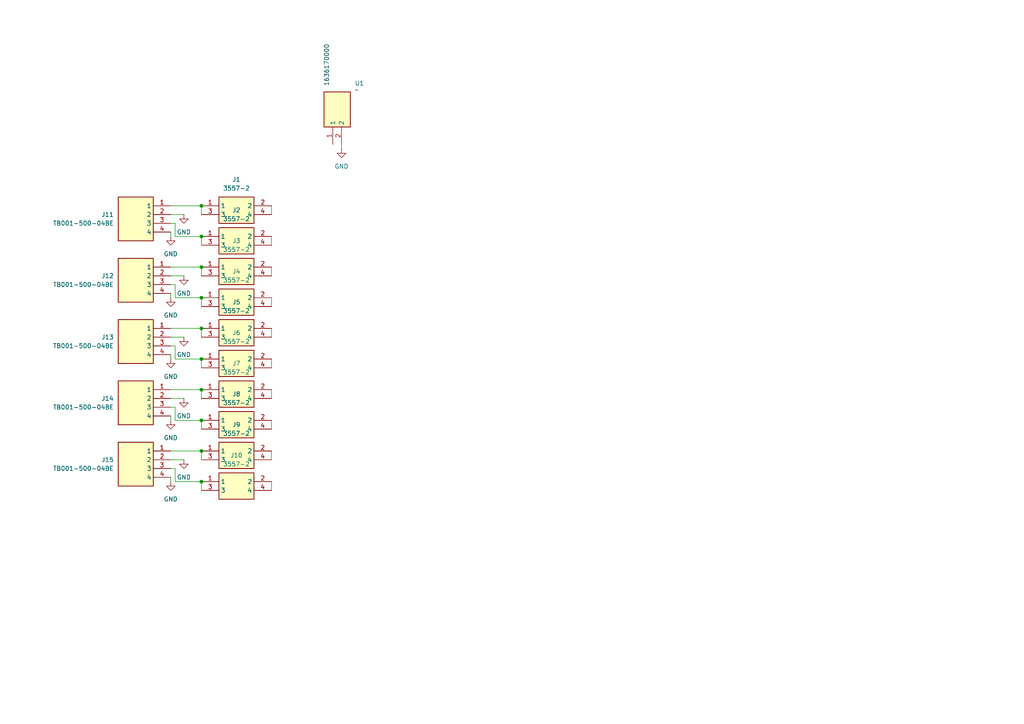
<source format=kicad_sch>
(kicad_sch
	(version 20231120)
	(generator "eeschema")
	(generator_version "8.0")
	(uuid "62aa0f20-cf9c-44ed-8f8b-d852f912cf95")
	(paper "A4")
	(lib_symbols
		(symbol "SamacSys_Parts:1636170000"
			(exclude_from_sim no)
			(in_bom yes)
			(on_board yes)
			(property "Reference" "U"
				(at 17.78 4.064 0)
				(effects
					(font
						(size 1.27 1.27)
					)
				)
			)
			(property "Value" ""
				(at 10.16 -3.81 0)
				(effects
					(font
						(size 1.27 1.27)
					)
				)
			)
			(property "Footprint" ""
				(at 10.16 -3.81 0)
				(effects
					(font
						(size 1.27 1.27)
					)
					(hide yes)
				)
			)
			(property "Datasheet" ""
				(at 10.16 -3.81 0)
				(effects
					(font
						(size 1.27 1.27)
					)
					(hide yes)
				)
			)
			(property "Description" ""
				(at 10.16 -3.81 0)
				(effects
					(font
						(size 1.27 1.27)
					)
					(hide yes)
				)
			)
			(symbol "1636170000_1_1"
				(rectangle
					(start 5.08 2.54)
					(end 15.24 -5.08)
					(stroke
						(width 0.254)
						(type default)
					)
					(fill
						(type background)
					)
				)
				(text "1636170000"
					(at 23.114 1.778 0)
					(effects
						(font
							(size 1.27 1.27)
							(color 0 72 72 1)
						)
					)
				)
				(pin passive line
					(at 0 0 0)
					(length 5.08)
					(name "1"
						(effects
							(font
								(size 1.27 1.27)
							)
						)
					)
					(number "1"
						(effects
							(font
								(size 1.27 1.27)
							)
						)
					)
				)
				(pin passive line
					(at 0 -2.54 0)
					(length 5.08)
					(name "2"
						(effects
							(font
								(size 1.27 1.27)
							)
						)
					)
					(number "2"
						(effects
							(font
								(size 1.27 1.27)
							)
						)
					)
				)
			)
		)
		(symbol "SamacSys_Parts:3557-2"
			(exclude_from_sim no)
			(in_bom yes)
			(on_board yes)
			(property "Reference" "J"
				(at 16.51 7.62 0)
				(effects
					(font
						(size 1.27 1.27)
					)
					(justify left top)
				)
			)
			(property "Value" "3557-2"
				(at 16.51 5.08 0)
				(effects
					(font
						(size 1.27 1.27)
					)
					(justify left top)
				)
			)
			(property "Footprint" "3557-2"
				(at 16.51 -94.92 0)
				(effects
					(font
						(size 1.27 1.27)
					)
					(justify left top)
					(hide yes)
				)
			)
			(property "Datasheet" "http://www.keyelco.com/product-pdf.cfm?p=296"
				(at 16.51 -194.92 0)
				(effects
					(font
						(size 1.27 1.27)
					)
					(justify left top)
					(hide yes)
				)
			)
			(property "Description" "THM 2 in 1 Auto Blade Holder P/N 3557-2"
				(at 0 0 0)
				(effects
					(font
						(size 1.27 1.27)
					)
					(hide yes)
				)
			)
			(property "Height" ""
				(at 16.51 -394.92 0)
				(effects
					(font
						(size 1.27 1.27)
					)
					(justify left top)
					(hide yes)
				)
			)
			(property "Mouser Part Number" "534-3557-2"
				(at 16.51 -494.92 0)
				(effects
					(font
						(size 1.27 1.27)
					)
					(justify left top)
					(hide yes)
				)
			)
			(property "Mouser Price/Stock" "https://www.mouser.co.uk/ProductDetail/Keystone-Electronics/3557-2?qs=cxy41lVAGV%2FfbyASjpXK1g%3D%3D"
				(at 16.51 -594.92 0)
				(effects
					(font
						(size 1.27 1.27)
					)
					(justify left top)
					(hide yes)
				)
			)
			(property "Manufacturer_Name" "Keystone Electronics"
				(at 16.51 -694.92 0)
				(effects
					(font
						(size 1.27 1.27)
					)
					(justify left top)
					(hide yes)
				)
			)
			(property "Manufacturer_Part_Number" "3557-2"
				(at 16.51 -794.92 0)
				(effects
					(font
						(size 1.27 1.27)
					)
					(justify left top)
					(hide yes)
				)
			)
			(symbol "3557-2_1_1"
				(rectangle
					(start 5.08 2.54)
					(end 15.24 -5.08)
					(stroke
						(width 0.254)
						(type default)
					)
					(fill
						(type background)
					)
				)
				(pin passive line
					(at 0 0 0)
					(length 5.08)
					(name "1"
						(effects
							(font
								(size 1.27 1.27)
							)
						)
					)
					(number "1"
						(effects
							(font
								(size 1.27 1.27)
							)
						)
					)
				)
				(pin passive line
					(at 20.32 0 180)
					(length 5.08)
					(name "2"
						(effects
							(font
								(size 1.27 1.27)
							)
						)
					)
					(number "2"
						(effects
							(font
								(size 1.27 1.27)
							)
						)
					)
				)
				(pin passive line
					(at 0 -2.54 0)
					(length 5.08)
					(name "3"
						(effects
							(font
								(size 1.27 1.27)
							)
						)
					)
					(number "3"
						(effects
							(font
								(size 1.27 1.27)
							)
						)
					)
				)
				(pin passive line
					(at 20.32 -2.54 180)
					(length 5.08)
					(name "4"
						(effects
							(font
								(size 1.27 1.27)
							)
						)
					)
					(number "4"
						(effects
							(font
								(size 1.27 1.27)
							)
						)
					)
				)
			)
		)
		(symbol "SamacSys_Parts:TB001-500-04BE"
			(exclude_from_sim no)
			(in_bom yes)
			(on_board yes)
			(property "Reference" "J"
				(at 16.51 7.62 0)
				(effects
					(font
						(size 1.27 1.27)
					)
					(justify left top)
				)
			)
			(property "Value" "TB001-500-04BE"
				(at 16.51 5.08 0)
				(effects
					(font
						(size 1.27 1.27)
					)
					(justify left top)
				)
			)
			(property "Footprint" "TB00150004BE"
				(at 16.51 -94.92 0)
				(effects
					(font
						(size 1.27 1.27)
					)
					(justify left top)
					(hide yes)
				)
			)
			(property "Datasheet" "https://www.arrow.com/en/products/tb001-500-04be/cui-devices?utm_currency=USD&region=nac"
				(at 16.51 -194.92 0)
				(effects
					(font
						(size 1.27 1.27)
					)
					(justify left top)
					(hide yes)
				)
			)
			(property "Description" "Fixed Terminal Blocks Terminal block, screw type, 5.00, horizontal, 4 poles, CUI Blue, slotted screw, PCB mount"
				(at 0 0 0)
				(effects
					(font
						(size 1.27 1.27)
					)
					(hide yes)
				)
			)
			(property "Height" "12.9"
				(at 16.51 -394.92 0)
				(effects
					(font
						(size 1.27 1.27)
					)
					(justify left top)
					(hide yes)
				)
			)
			(property "Arrow Part Number" "TB001-500-04BE"
				(at 16.51 -494.92 0)
				(effects
					(font
						(size 1.27 1.27)
					)
					(justify left top)
					(hide yes)
				)
			)
			(property "Arrow Price/Stock" "https://www.arrow.com/en/products/tb001-500-04be/cui-devices?utm_currency=USD&region=nac"
				(at 16.51 -594.92 0)
				(effects
					(font
						(size 1.27 1.27)
					)
					(justify left top)
					(hide yes)
				)
			)
			(property "Manufacturer_Name" "Same Sky"
				(at 16.51 -694.92 0)
				(effects
					(font
						(size 1.27 1.27)
					)
					(justify left top)
					(hide yes)
				)
			)
			(property "Manufacturer_Part_Number" "TB001-500-04BE"
				(at 16.51 -794.92 0)
				(effects
					(font
						(size 1.27 1.27)
					)
					(justify left top)
					(hide yes)
				)
			)
			(symbol "TB001-500-04BE_1_1"
				(rectangle
					(start 5.08 2.54)
					(end 15.24 -10.16)
					(stroke
						(width 0.254)
						(type default)
					)
					(fill
						(type background)
					)
				)
				(pin passive line
					(at 0 0 0)
					(length 5.08)
					(name "1"
						(effects
							(font
								(size 1.27 1.27)
							)
						)
					)
					(number "1"
						(effects
							(font
								(size 1.27 1.27)
							)
						)
					)
				)
				(pin passive line
					(at 0 -2.54 0)
					(length 5.08)
					(name "2"
						(effects
							(font
								(size 1.27 1.27)
							)
						)
					)
					(number "2"
						(effects
							(font
								(size 1.27 1.27)
							)
						)
					)
				)
				(pin passive line
					(at 0 -5.08 0)
					(length 5.08)
					(name "3"
						(effects
							(font
								(size 1.27 1.27)
							)
						)
					)
					(number "3"
						(effects
							(font
								(size 1.27 1.27)
							)
						)
					)
				)
				(pin passive line
					(at 0 -7.62 0)
					(length 5.08)
					(name "4"
						(effects
							(font
								(size 1.27 1.27)
							)
						)
					)
					(number "4"
						(effects
							(font
								(size 1.27 1.27)
							)
						)
					)
				)
			)
		)
		(symbol "power:GND"
			(power)
			(pin_numbers hide)
			(pin_names
				(offset 0) hide)
			(exclude_from_sim no)
			(in_bom yes)
			(on_board yes)
			(property "Reference" "#PWR"
				(at 0 -6.35 0)
				(effects
					(font
						(size 1.27 1.27)
					)
					(hide yes)
				)
			)
			(property "Value" "GND"
				(at 0 -3.81 0)
				(effects
					(font
						(size 1.27 1.27)
					)
				)
			)
			(property "Footprint" ""
				(at 0 0 0)
				(effects
					(font
						(size 1.27 1.27)
					)
					(hide yes)
				)
			)
			(property "Datasheet" ""
				(at 0 0 0)
				(effects
					(font
						(size 1.27 1.27)
					)
					(hide yes)
				)
			)
			(property "Description" "Power symbol creates a global label with name \"GND\" , ground"
				(at 0 0 0)
				(effects
					(font
						(size 1.27 1.27)
					)
					(hide yes)
				)
			)
			(property "ki_keywords" "global power"
				(at 0 0 0)
				(effects
					(font
						(size 1.27 1.27)
					)
					(hide yes)
				)
			)
			(symbol "GND_0_1"
				(polyline
					(pts
						(xy 0 0) (xy 0 -1.27) (xy 1.27 -1.27) (xy 0 -2.54) (xy -1.27 -1.27) (xy 0 -1.27)
					)
					(stroke
						(width 0)
						(type default)
					)
					(fill
						(type none)
					)
				)
			)
			(symbol "GND_1_1"
				(pin power_in line
					(at 0 0 270)
					(length 0)
					(name "~"
						(effects
							(font
								(size 1.27 1.27)
							)
						)
					)
					(number "1"
						(effects
							(font
								(size 1.27 1.27)
							)
						)
					)
				)
			)
		)
	)
	(junction
		(at 58.42 104.14)
		(diameter 0)
		(color 0 0 0 0)
		(uuid "01c814bd-eba5-4ef8-9358-aa83379b87b3")
	)
	(junction
		(at 58.42 68.58)
		(diameter 0)
		(color 0 0 0 0)
		(uuid "068465e7-930b-475b-87d5-446fedf3bed6")
	)
	(junction
		(at 58.42 139.7)
		(diameter 0)
		(color 0 0 0 0)
		(uuid "2277ff8e-aba1-4b6f-9cd9-2bdb7c7be9cc")
	)
	(junction
		(at 58.42 113.03)
		(diameter 0)
		(color 0 0 0 0)
		(uuid "258d1678-0527-4561-9093-e0d115721513")
	)
	(junction
		(at 58.42 77.47)
		(diameter 0)
		(color 0 0 0 0)
		(uuid "4ec0bc23-b9ce-4204-9e55-3448f535d28b")
	)
	(junction
		(at 58.42 130.81)
		(diameter 0)
		(color 0 0 0 0)
		(uuid "5dd2585d-fa40-4b92-8f7b-574cc4adf233")
	)
	(junction
		(at 58.42 95.25)
		(diameter 0)
		(color 0 0 0 0)
		(uuid "66167935-3e7c-4cdf-9432-f04ebea216f4")
	)
	(junction
		(at 58.42 59.69)
		(diameter 0)
		(color 0 0 0 0)
		(uuid "c5663288-15f6-42bb-b066-fd4580c00fa8")
	)
	(junction
		(at 58.42 86.36)
		(diameter 0)
		(color 0 0 0 0)
		(uuid "da39fdc1-0512-4b19-bb9e-ecd77b801b69")
	)
	(junction
		(at 58.42 121.92)
		(diameter 0)
		(color 0 0 0 0)
		(uuid "e266a3b8-1882-41d4-8aeb-f35ffaf1925e")
	)
	(wire
		(pts
			(xy 49.53 95.25) (xy 58.42 95.25)
		)
		(stroke
			(width 0)
			(type default)
		)
		(uuid "0bbd95a7-5041-4fc2-b0e1-1def9185e2cf")
	)
	(wire
		(pts
			(xy 49.53 138.43) (xy 49.53 139.7)
		)
		(stroke
			(width 0)
			(type default)
		)
		(uuid "129182ab-afae-4850-907c-576bc7fd34ab")
	)
	(wire
		(pts
			(xy 78.74 95.25) (xy 78.74 97.79)
		)
		(stroke
			(width 0)
			(type default)
		)
		(uuid "1bcd49bf-34ec-4976-b1b4-debda081379a")
	)
	(wire
		(pts
			(xy 50.8 118.11) (xy 49.53 118.11)
		)
		(stroke
			(width 0)
			(type default)
		)
		(uuid "21635a09-c024-45bc-b454-59156d44f8bb")
	)
	(wire
		(pts
			(xy 78.74 121.92) (xy 78.74 124.46)
		)
		(stroke
			(width 0)
			(type default)
		)
		(uuid "2e0c68d4-7e8b-480d-ac6f-d295a3c42e3f")
	)
	(wire
		(pts
			(xy 49.53 62.23) (xy 53.34 62.23)
		)
		(stroke
			(width 0)
			(type default)
		)
		(uuid "30c14b6d-a186-41e3-8f25-f2edf680fa59")
	)
	(wire
		(pts
			(xy 78.74 86.36) (xy 78.74 88.9)
		)
		(stroke
			(width 0)
			(type default)
		)
		(uuid "3479a998-ee73-4d40-9518-c331fcfb2822")
	)
	(wire
		(pts
			(xy 49.53 133.35) (xy 53.34 133.35)
		)
		(stroke
			(width 0)
			(type default)
		)
		(uuid "3a5726d6-1941-458a-a99b-264f493b5e84")
	)
	(wire
		(pts
			(xy 49.53 115.57) (xy 53.34 115.57)
		)
		(stroke
			(width 0)
			(type default)
		)
		(uuid "3c9b33ca-82a3-4880-bc23-4fb343f0c99b")
	)
	(wire
		(pts
			(xy 58.42 68.58) (xy 50.8 68.58)
		)
		(stroke
			(width 0)
			(type default)
		)
		(uuid "3e215180-e74a-4add-9232-87c9b8a7527e")
	)
	(wire
		(pts
			(xy 58.42 130.81) (xy 58.42 133.35)
		)
		(stroke
			(width 0)
			(type default)
		)
		(uuid "3e94b83f-04ef-4543-be1a-0269e43dd6cc")
	)
	(wire
		(pts
			(xy 50.8 82.55) (xy 49.53 82.55)
		)
		(stroke
			(width 0)
			(type default)
		)
		(uuid "3ef64c26-7188-44e7-b2aa-b6027012119d")
	)
	(wire
		(pts
			(xy 49.53 85.09) (xy 49.53 86.36)
		)
		(stroke
			(width 0)
			(type default)
		)
		(uuid "5131966f-a948-4929-a91a-fab08fc86d13")
	)
	(wire
		(pts
			(xy 50.8 100.33) (xy 49.53 100.33)
		)
		(stroke
			(width 0)
			(type default)
		)
		(uuid "538a11cb-ec1d-4b96-89f6-c0b6c3e6d260")
	)
	(wire
		(pts
			(xy 49.53 120.65) (xy 49.53 121.92)
		)
		(stroke
			(width 0)
			(type default)
		)
		(uuid "5c0c268b-6351-4de6-96fb-862dbe46b7c4")
	)
	(wire
		(pts
			(xy 58.42 104.14) (xy 50.8 104.14)
		)
		(stroke
			(width 0)
			(type default)
		)
		(uuid "67bd3867-5bc5-4041-b489-6a0e6eafcfe7")
	)
	(wire
		(pts
			(xy 58.42 121.92) (xy 50.8 121.92)
		)
		(stroke
			(width 0)
			(type default)
		)
		(uuid "7a05f82d-667e-4b57-ba5a-0af7cc452d7d")
	)
	(wire
		(pts
			(xy 58.42 77.47) (xy 58.42 80.01)
		)
		(stroke
			(width 0)
			(type default)
		)
		(uuid "7b346409-b631-405f-b1ce-b0e737e19b4c")
	)
	(wire
		(pts
			(xy 49.53 80.01) (xy 53.34 80.01)
		)
		(stroke
			(width 0)
			(type default)
		)
		(uuid "7b897bf6-864f-46e4-8867-17eaba0e20db")
	)
	(wire
		(pts
			(xy 50.8 86.36) (xy 50.8 82.55)
		)
		(stroke
			(width 0)
			(type default)
		)
		(uuid "844ff7cc-532d-41e1-b978-0d8df0e89868")
	)
	(wire
		(pts
			(xy 49.53 102.87) (xy 49.53 104.14)
		)
		(stroke
			(width 0)
			(type default)
		)
		(uuid "92da86f8-9b68-428b-8301-c86add09934a")
	)
	(wire
		(pts
			(xy 58.42 139.7) (xy 50.8 139.7)
		)
		(stroke
			(width 0)
			(type default)
		)
		(uuid "9ad939ab-ed32-4b52-b629-8e80035f2bd3")
	)
	(wire
		(pts
			(xy 78.74 104.14) (xy 78.74 106.68)
		)
		(stroke
			(width 0)
			(type default)
		)
		(uuid "9bf8b896-4e84-44f7-a09e-5b3233182449")
	)
	(wire
		(pts
			(xy 58.42 68.58) (xy 58.42 71.12)
		)
		(stroke
			(width 0)
			(type default)
		)
		(uuid "9c3a7e3c-cbe5-4789-9fe4-7ea35d2f3da9")
	)
	(wire
		(pts
			(xy 58.42 86.36) (xy 50.8 86.36)
		)
		(stroke
			(width 0)
			(type default)
		)
		(uuid "9ca394e6-62ee-48d4-a5c7-a1f5beb52e7a")
	)
	(wire
		(pts
			(xy 58.42 121.92) (xy 58.42 124.46)
		)
		(stroke
			(width 0)
			(type default)
		)
		(uuid "a1877b0a-cb80-42fa-ba4b-305378eb9dc3")
	)
	(wire
		(pts
			(xy 49.53 97.79) (xy 53.34 97.79)
		)
		(stroke
			(width 0)
			(type default)
		)
		(uuid "a2058643-ac59-4a83-ac8e-61e174190f9e")
	)
	(wire
		(pts
			(xy 58.42 104.14) (xy 58.42 106.68)
		)
		(stroke
			(width 0)
			(type default)
		)
		(uuid "a2d4348f-fc85-4ec0-a40e-30aabe549d16")
	)
	(wire
		(pts
			(xy 50.8 64.77) (xy 49.53 64.77)
		)
		(stroke
			(width 0)
			(type default)
		)
		(uuid "a2e2a822-be14-42ac-ac17-72a33af32503")
	)
	(wire
		(pts
			(xy 78.74 113.03) (xy 78.74 115.57)
		)
		(stroke
			(width 0)
			(type default)
		)
		(uuid "a7ffdb05-3be3-40fb-a94c-b9b491785cf3")
	)
	(wire
		(pts
			(xy 49.53 59.69) (xy 58.42 59.69)
		)
		(stroke
			(width 0)
			(type default)
		)
		(uuid "a832d9c9-c4e6-4c0a-91bf-44d51e217888")
	)
	(wire
		(pts
			(xy 78.74 59.69) (xy 78.74 62.23)
		)
		(stroke
			(width 0)
			(type default)
		)
		(uuid "a96b3587-7b0c-4f1b-a76b-bd0563a74a92")
	)
	(wire
		(pts
			(xy 49.53 67.31) (xy 49.53 68.58)
		)
		(stroke
			(width 0)
			(type default)
		)
		(uuid "a9f200c0-364b-481e-a50e-f820321611b0")
	)
	(wire
		(pts
			(xy 49.53 130.81) (xy 58.42 130.81)
		)
		(stroke
			(width 0)
			(type default)
		)
		(uuid "b2b69fae-a34a-4b1b-ad47-b68452e54ed3")
	)
	(wire
		(pts
			(xy 50.8 135.89) (xy 49.53 135.89)
		)
		(stroke
			(width 0)
			(type default)
		)
		(uuid "b531c3ac-2086-4e50-a741-657780fe05d4")
	)
	(wire
		(pts
			(xy 78.74 68.58) (xy 78.74 71.12)
		)
		(stroke
			(width 0)
			(type default)
		)
		(uuid "bde2927e-af4c-4b3a-a72c-fc4b9b0c66ff")
	)
	(wire
		(pts
			(xy 58.42 86.36) (xy 58.42 88.9)
		)
		(stroke
			(width 0)
			(type default)
		)
		(uuid "be356e87-49bd-44c4-8348-ddbf57bad084")
	)
	(wire
		(pts
			(xy 58.42 59.69) (xy 58.42 62.23)
		)
		(stroke
			(width 0)
			(type default)
		)
		(uuid "bf626448-aa30-45a8-865c-c1b63ca3dcf5")
	)
	(wire
		(pts
			(xy 78.74 130.81) (xy 78.74 133.35)
		)
		(stroke
			(width 0)
			(type default)
		)
		(uuid "c07d61d9-042d-474b-a4f5-673bda9dcd97")
	)
	(wire
		(pts
			(xy 50.8 68.58) (xy 50.8 64.77)
		)
		(stroke
			(width 0)
			(type default)
		)
		(uuid "c5c066e4-b763-40c9-aac8-8824b202bc57")
	)
	(wire
		(pts
			(xy 50.8 121.92) (xy 50.8 118.11)
		)
		(stroke
			(width 0)
			(type default)
		)
		(uuid "c780a65f-81f0-46e5-8c4c-218d1872a187")
	)
	(wire
		(pts
			(xy 58.42 95.25) (xy 58.42 97.79)
		)
		(stroke
			(width 0)
			(type default)
		)
		(uuid "d0397667-c9a3-4e9c-b46e-34da905a2bec")
	)
	(wire
		(pts
			(xy 49.53 77.47) (xy 58.42 77.47)
		)
		(stroke
			(width 0)
			(type default)
		)
		(uuid "d1cf39bd-97ba-47ad-a207-1d19e1179a94")
	)
	(wire
		(pts
			(xy 58.42 113.03) (xy 58.42 115.57)
		)
		(stroke
			(width 0)
			(type default)
		)
		(uuid "db7b72fd-aa03-4b99-945d-9c8abdc4f890")
	)
	(wire
		(pts
			(xy 50.8 139.7) (xy 50.8 135.89)
		)
		(stroke
			(width 0)
			(type default)
		)
		(uuid "dce3f3a0-f61c-4af9-8977-b57c9ac319b9")
	)
	(wire
		(pts
			(xy 78.74 139.7) (xy 78.74 142.24)
		)
		(stroke
			(width 0)
			(type default)
		)
		(uuid "dd8c8fd9-62d4-48e0-b132-7d2ca8b905cd")
	)
	(wire
		(pts
			(xy 78.74 77.47) (xy 78.74 80.01)
		)
		(stroke
			(width 0)
			(type default)
		)
		(uuid "de1d3731-0266-4f89-896a-1c3cd8096c58")
	)
	(wire
		(pts
			(xy 49.53 113.03) (xy 58.42 113.03)
		)
		(stroke
			(width 0)
			(type default)
		)
		(uuid "e9b38a3b-1c60-471a-a604-4bd1f3f8aac9")
	)
	(wire
		(pts
			(xy 58.42 139.7) (xy 58.42 142.24)
		)
		(stroke
			(width 0)
			(type default)
		)
		(uuid "eb060eb6-811d-4c65-a607-a19a55675863")
	)
	(wire
		(pts
			(xy 50.8 104.14) (xy 50.8 100.33)
		)
		(stroke
			(width 0)
			(type default)
		)
		(uuid "f79159b2-7943-402d-b828-e0e4e730cff1")
	)
	(wire
		(pts
			(xy 99.06 43.18) (xy 99.06 41.91)
		)
		(stroke
			(width 0)
			(type default)
		)
		(uuid "f8b7bc94-a24d-4de2-9da1-ec33fe33439e")
	)
	(symbol
		(lib_id "power:GND")
		(at 99.06 43.18 0)
		(unit 1)
		(exclude_from_sim no)
		(in_bom yes)
		(on_board yes)
		(dnp no)
		(fields_autoplaced yes)
		(uuid "007443c9-7384-4832-ae64-d815637ef4b8")
		(property "Reference" "#PWR011"
			(at 99.06 49.53 0)
			(effects
				(font
					(size 1.27 1.27)
				)
				(hide yes)
			)
		)
		(property "Value" "GND"
			(at 99.06 48.26 0)
			(effects
				(font
					(size 1.27 1.27)
				)
			)
		)
		(property "Footprint" ""
			(at 99.06 43.18 0)
			(effects
				(font
					(size 1.27 1.27)
				)
				(hide yes)
			)
		)
		(property "Datasheet" ""
			(at 99.06 43.18 0)
			(effects
				(font
					(size 1.27 1.27)
				)
				(hide yes)
			)
		)
		(property "Description" "Power symbol creates a global label with name \"GND\" , ground"
			(at 99.06 43.18 0)
			(effects
				(font
					(size 1.27 1.27)
				)
				(hide yes)
			)
		)
		(pin "1"
			(uuid "159be43b-46f5-400f-ac3f-d06535aa6f21")
		)
		(instances
			(project "LEDController"
				(path "/62aa0f20-cf9c-44ed-8f8b-d852f912cf95"
					(reference "#PWR011")
					(unit 1)
				)
			)
		)
	)
	(symbol
		(lib_id "SamacSys_Parts:3557-2")
		(at 58.42 68.58 0)
		(unit 1)
		(exclude_from_sim no)
		(in_bom yes)
		(on_board yes)
		(dnp no)
		(fields_autoplaced yes)
		(uuid "023f6031-341c-4b64-a5b7-6e1c0084f37d")
		(property "Reference" "J2"
			(at 68.58 60.96 0)
			(effects
				(font
					(size 1.27 1.27)
				)
			)
		)
		(property "Value" "3557-2"
			(at 68.58 63.5 0)
			(effects
				(font
					(size 1.27 1.27)
				)
			)
		)
		(property "Footprint" "3557-2"
			(at 74.93 163.5 0)
			(effects
				(font
					(size 1.27 1.27)
				)
				(justify left top)
				(hide yes)
			)
		)
		(property "Datasheet" "http://www.keyelco.com/product-pdf.cfm?p=296"
			(at 74.93 263.5 0)
			(effects
				(font
					(size 1.27 1.27)
				)
				(justify left top)
				(hide yes)
			)
		)
		(property "Description" "THM 2 in 1 Auto Blade Holder P/N 3557-2"
			(at 58.42 68.58 0)
			(effects
				(font
					(size 1.27 1.27)
				)
				(hide yes)
			)
		)
		(property "Height" ""
			(at 74.93 463.5 0)
			(effects
				(font
					(size 1.27 1.27)
				)
				(justify left top)
				(hide yes)
			)
		)
		(property "Mouser Part Number" "534-3557-2"
			(at 74.93 563.5 0)
			(effects
				(font
					(size 1.27 1.27)
				)
				(justify left top)
				(hide yes)
			)
		)
		(property "Mouser Price/Stock" "https://www.mouser.co.uk/ProductDetail/Keystone-Electronics/3557-2?qs=cxy41lVAGV%2FfbyASjpXK1g%3D%3D"
			(at 74.93 663.5 0)
			(effects
				(font
					(size 1.27 1.27)
				)
				(justify left top)
				(hide yes)
			)
		)
		(property "Manufacturer_Name" "Keystone Electronics"
			(at 74.93 763.5 0)
			(effects
				(font
					(size 1.27 1.27)
				)
				(justify left top)
				(hide yes)
			)
		)
		(property "Manufacturer_Part_Number" "3557-2"
			(at 74.93 863.5 0)
			(effects
				(font
					(size 1.27 1.27)
				)
				(justify left top)
				(hide yes)
			)
		)
		(pin "1"
			(uuid "a90dbc01-d551-4e89-85a9-adfbe62529be")
		)
		(pin "2"
			(uuid "c4e01c2c-d4e8-442c-be75-ce8382b77776")
		)
		(pin "4"
			(uuid "697e0b2e-65be-4fe2-8655-42c39d0a0966")
		)
		(pin "3"
			(uuid "895e3950-6589-4c55-a1e7-d03ab3fde907")
		)
		(instances
			(project "LEDController"
				(path "/62aa0f20-cf9c-44ed-8f8b-d852f912cf95"
					(reference "J2")
					(unit 1)
				)
			)
		)
	)
	(symbol
		(lib_id "power:GND")
		(at 49.53 104.14 0)
		(unit 1)
		(exclude_from_sim no)
		(in_bom yes)
		(on_board yes)
		(dnp no)
		(fields_autoplaced yes)
		(uuid "13ef4777-0aa4-4f0f-8ca5-98ee49ebc14b")
		(property "Reference" "#PWR05"
			(at 49.53 110.49 0)
			(effects
				(font
					(size 1.27 1.27)
				)
				(hide yes)
			)
		)
		(property "Value" "GND"
			(at 49.53 109.22 0)
			(effects
				(font
					(size 1.27 1.27)
				)
			)
		)
		(property "Footprint" ""
			(at 49.53 104.14 0)
			(effects
				(font
					(size 1.27 1.27)
				)
				(hide yes)
			)
		)
		(property "Datasheet" ""
			(at 49.53 104.14 0)
			(effects
				(font
					(size 1.27 1.27)
				)
				(hide yes)
			)
		)
		(property "Description" "Power symbol creates a global label with name \"GND\" , ground"
			(at 49.53 104.14 0)
			(effects
				(font
					(size 1.27 1.27)
				)
				(hide yes)
			)
		)
		(pin "1"
			(uuid "da9fea09-703e-48df-84cc-8863a8c35beb")
		)
		(instances
			(project ""
				(path "/62aa0f20-cf9c-44ed-8f8b-d852f912cf95"
					(reference "#PWR05")
					(unit 1)
				)
			)
		)
	)
	(symbol
		(lib_id "SamacSys_Parts:TB001-500-04BE")
		(at 49.53 77.47 0)
		(mirror y)
		(unit 1)
		(exclude_from_sim no)
		(in_bom yes)
		(on_board yes)
		(dnp no)
		(uuid "241def51-2d67-4289-b63d-176e80cb01e1")
		(property "Reference" "J12"
			(at 33.02 80.0099 0)
			(effects
				(font
					(size 1.27 1.27)
				)
				(justify left)
			)
		)
		(property "Value" "TB001-500-04BE"
			(at 33.02 82.5499 0)
			(effects
				(font
					(size 1.27 1.27)
				)
				(justify left)
			)
		)
		(property "Footprint" "TB00150004BE"
			(at 33.02 172.39 0)
			(effects
				(font
					(size 1.27 1.27)
				)
				(justify left top)
				(hide yes)
			)
		)
		(property "Datasheet" "https://www.arrow.com/en/products/tb001-500-04be/cui-devices?utm_currency=USD&region=nac"
			(at 33.02 272.39 0)
			(effects
				(font
					(size 1.27 1.27)
				)
				(justify left top)
				(hide yes)
			)
		)
		(property "Description" "Fixed Terminal Blocks Terminal block, screw type, 5.00, horizontal, 4 poles, CUI Blue, slotted screw, PCB mount"
			(at 49.53 77.47 0)
			(effects
				(font
					(size 1.27 1.27)
				)
				(hide yes)
			)
		)
		(property "Height" "12.9"
			(at 33.02 472.39 0)
			(effects
				(font
					(size 1.27 1.27)
				)
				(justify left top)
				(hide yes)
			)
		)
		(property "Arrow Part Number" "TB001-500-04BE"
			(at 33.02 572.39 0)
			(effects
				(font
					(size 1.27 1.27)
				)
				(justify left top)
				(hide yes)
			)
		)
		(property "Arrow Price/Stock" "https://www.arrow.com/en/products/tb001-500-04be/cui-devices?utm_currency=USD&region=nac"
			(at 33.02 672.39 0)
			(effects
				(font
					(size 1.27 1.27)
				)
				(justify left top)
				(hide yes)
			)
		)
		(property "Manufacturer_Name" "Same Sky"
			(at 33.02 772.39 0)
			(effects
				(font
					(size 1.27 1.27)
				)
				(justify left top)
				(hide yes)
			)
		)
		(property "Manufacturer_Part_Number" "TB001-500-04BE"
			(at 33.02 872.39 0)
			(effects
				(font
					(size 1.27 1.27)
				)
				(justify left top)
				(hide yes)
			)
		)
		(pin "4"
			(uuid "241a9a77-21df-4a85-bbc0-9d8f89a3648c")
		)
		(pin "2"
			(uuid "01295665-d5ba-481e-b0a2-12ee90500ecf")
		)
		(pin "3"
			(uuid "becb9964-6bb4-4762-84cd-0ce1eff39675")
		)
		(pin "1"
			(uuid "c7399eca-401b-4e18-8a44-79cc3d8ece96")
		)
		(instances
			(project "LEDController"
				(path "/62aa0f20-cf9c-44ed-8f8b-d852f912cf95"
					(reference "J12")
					(unit 1)
				)
			)
		)
	)
	(symbol
		(lib_id "power:GND")
		(at 49.53 86.36 0)
		(unit 1)
		(exclude_from_sim no)
		(in_bom yes)
		(on_board yes)
		(dnp no)
		(fields_autoplaced yes)
		(uuid "28566788-490c-4740-aa77-45955791e6e4")
		(property "Reference" "#PWR03"
			(at 49.53 92.71 0)
			(effects
				(font
					(size 1.27 1.27)
				)
				(hide yes)
			)
		)
		(property "Value" "GND"
			(at 49.53 91.44 0)
			(effects
				(font
					(size 1.27 1.27)
				)
			)
		)
		(property "Footprint" ""
			(at 49.53 86.36 0)
			(effects
				(font
					(size 1.27 1.27)
				)
				(hide yes)
			)
		)
		(property "Datasheet" ""
			(at 49.53 86.36 0)
			(effects
				(font
					(size 1.27 1.27)
				)
				(hide yes)
			)
		)
		(property "Description" "Power symbol creates a global label with name \"GND\" , ground"
			(at 49.53 86.36 0)
			(effects
				(font
					(size 1.27 1.27)
				)
				(hide yes)
			)
		)
		(pin "1"
			(uuid "da9fea09-703e-48df-84cc-8863a8c35beb")
		)
		(instances
			(project ""
				(path "/62aa0f20-cf9c-44ed-8f8b-d852f912cf95"
					(reference "#PWR03")
					(unit 1)
				)
			)
		)
	)
	(symbol
		(lib_id "SamacSys_Parts:3557-2")
		(at 58.42 113.03 0)
		(unit 1)
		(exclude_from_sim no)
		(in_bom yes)
		(on_board yes)
		(dnp no)
		(fields_autoplaced yes)
		(uuid "29810b96-08d8-4008-a81b-143ddb170bb6")
		(property "Reference" "J7"
			(at 68.58 105.41 0)
			(effects
				(font
					(size 1.27 1.27)
				)
			)
		)
		(property "Value" "3557-2"
			(at 68.58 107.95 0)
			(effects
				(font
					(size 1.27 1.27)
				)
			)
		)
		(property "Footprint" "3557-2"
			(at 74.93 207.95 0)
			(effects
				(font
					(size 1.27 1.27)
				)
				(justify left top)
				(hide yes)
			)
		)
		(property "Datasheet" "http://www.keyelco.com/product-pdf.cfm?p=296"
			(at 74.93 307.95 0)
			(effects
				(font
					(size 1.27 1.27)
				)
				(justify left top)
				(hide yes)
			)
		)
		(property "Description" "THM 2 in 1 Auto Blade Holder P/N 3557-2"
			(at 58.42 113.03 0)
			(effects
				(font
					(size 1.27 1.27)
				)
				(hide yes)
			)
		)
		(property "Height" ""
			(at 74.93 507.95 0)
			(effects
				(font
					(size 1.27 1.27)
				)
				(justify left top)
				(hide yes)
			)
		)
		(property "Mouser Part Number" "534-3557-2"
			(at 74.93 607.95 0)
			(effects
				(font
					(size 1.27 1.27)
				)
				(justify left top)
				(hide yes)
			)
		)
		(property "Mouser Price/Stock" "https://www.mouser.co.uk/ProductDetail/Keystone-Electronics/3557-2?qs=cxy41lVAGV%2FfbyASjpXK1g%3D%3D"
			(at 74.93 707.95 0)
			(effects
				(font
					(size 1.27 1.27)
				)
				(justify left top)
				(hide yes)
			)
		)
		(property "Manufacturer_Name" "Keystone Electronics"
			(at 74.93 807.95 0)
			(effects
				(font
					(size 1.27 1.27)
				)
				(justify left top)
				(hide yes)
			)
		)
		(property "Manufacturer_Part_Number" "3557-2"
			(at 74.93 907.95 0)
			(effects
				(font
					(size 1.27 1.27)
				)
				(justify left top)
				(hide yes)
			)
		)
		(pin "1"
			(uuid "94a7d5fd-6558-4885-abe3-b14ff5cf881b")
		)
		(pin "2"
			(uuid "10abc328-ccf3-4607-8c7c-1464dfc1929f")
		)
		(pin "4"
			(uuid "254b00ea-fa70-42b8-be5a-8ee0bb58b38a")
		)
		(pin "3"
			(uuid "43663312-1a6f-4238-ad67-fec9c5729151")
		)
		(instances
			(project "LEDController"
				(path "/62aa0f20-cf9c-44ed-8f8b-d852f912cf95"
					(reference "J7")
					(unit 1)
				)
			)
		)
	)
	(symbol
		(lib_id "SamacSys_Parts:3557-2")
		(at 58.42 104.14 0)
		(unit 1)
		(exclude_from_sim no)
		(in_bom yes)
		(on_board yes)
		(dnp no)
		(fields_autoplaced yes)
		(uuid "3b48e4a3-b9e2-4d9c-81c8-01f187de1857")
		(property "Reference" "J6"
			(at 68.58 96.52 0)
			(effects
				(font
					(size 1.27 1.27)
				)
			)
		)
		(property "Value" "3557-2"
			(at 68.58 99.06 0)
			(effects
				(font
					(size 1.27 1.27)
				)
			)
		)
		(property "Footprint" "3557-2"
			(at 74.93 199.06 0)
			(effects
				(font
					(size 1.27 1.27)
				)
				(justify left top)
				(hide yes)
			)
		)
		(property "Datasheet" "http://www.keyelco.com/product-pdf.cfm?p=296"
			(at 74.93 299.06 0)
			(effects
				(font
					(size 1.27 1.27)
				)
				(justify left top)
				(hide yes)
			)
		)
		(property "Description" "THM 2 in 1 Auto Blade Holder P/N 3557-2"
			(at 58.42 104.14 0)
			(effects
				(font
					(size 1.27 1.27)
				)
				(hide yes)
			)
		)
		(property "Height" ""
			(at 74.93 499.06 0)
			(effects
				(font
					(size 1.27 1.27)
				)
				(justify left top)
				(hide yes)
			)
		)
		(property "Mouser Part Number" "534-3557-2"
			(at 74.93 599.06 0)
			(effects
				(font
					(size 1.27 1.27)
				)
				(justify left top)
				(hide yes)
			)
		)
		(property "Mouser Price/Stock" "https://www.mouser.co.uk/ProductDetail/Keystone-Electronics/3557-2?qs=cxy41lVAGV%2FfbyASjpXK1g%3D%3D"
			(at 74.93 699.06 0)
			(effects
				(font
					(size 1.27 1.27)
				)
				(justify left top)
				(hide yes)
			)
		)
		(property "Manufacturer_Name" "Keystone Electronics"
			(at 74.93 799.06 0)
			(effects
				(font
					(size 1.27 1.27)
				)
				(justify left top)
				(hide yes)
			)
		)
		(property "Manufacturer_Part_Number" "3557-2"
			(at 74.93 899.06 0)
			(effects
				(font
					(size 1.27 1.27)
				)
				(justify left top)
				(hide yes)
			)
		)
		(pin "1"
			(uuid "c32dd690-985a-46ed-83e1-3244959a9983")
		)
		(pin "2"
			(uuid "9e85f8c4-771a-440d-9263-c582d8b866f2")
		)
		(pin "4"
			(uuid "c97dc7db-7108-47ec-82d8-2b7f9db7ac14")
		)
		(pin "3"
			(uuid "64fe41c4-348b-4787-8533-fdfec7058039")
		)
		(instances
			(project "LEDController"
				(path "/62aa0f20-cf9c-44ed-8f8b-d852f912cf95"
					(reference "J6")
					(unit 1)
				)
			)
		)
	)
	(symbol
		(lib_id "power:GND")
		(at 53.34 80.01 0)
		(unit 1)
		(exclude_from_sim no)
		(in_bom yes)
		(on_board yes)
		(dnp no)
		(fields_autoplaced yes)
		(uuid "3f42f700-5c97-4731-bb41-4c8ccf535010")
		(property "Reference" "#PWR02"
			(at 53.34 86.36 0)
			(effects
				(font
					(size 1.27 1.27)
				)
				(hide yes)
			)
		)
		(property "Value" "GND"
			(at 53.34 85.09 0)
			(effects
				(font
					(size 1.27 1.27)
				)
			)
		)
		(property "Footprint" ""
			(at 53.34 80.01 0)
			(effects
				(font
					(size 1.27 1.27)
				)
				(hide yes)
			)
		)
		(property "Datasheet" ""
			(at 53.34 80.01 0)
			(effects
				(font
					(size 1.27 1.27)
				)
				(hide yes)
			)
		)
		(property "Description" "Power symbol creates a global label with name \"GND\" , ground"
			(at 53.34 80.01 0)
			(effects
				(font
					(size 1.27 1.27)
				)
				(hide yes)
			)
		)
		(pin "1"
			(uuid "da9fea09-703e-48df-84cc-8863a8c35beb")
		)
		(instances
			(project ""
				(path "/62aa0f20-cf9c-44ed-8f8b-d852f912cf95"
					(reference "#PWR02")
					(unit 1)
				)
			)
		)
	)
	(symbol
		(lib_id "power:GND")
		(at 53.34 115.57 0)
		(unit 1)
		(exclude_from_sim no)
		(in_bom yes)
		(on_board yes)
		(dnp no)
		(fields_autoplaced yes)
		(uuid "4167e62f-17e4-4f00-85c2-10d8a4ff0f72")
		(property "Reference" "#PWR06"
			(at 53.34 121.92 0)
			(effects
				(font
					(size 1.27 1.27)
				)
				(hide yes)
			)
		)
		(property "Value" "GND"
			(at 53.34 120.65 0)
			(effects
				(font
					(size 1.27 1.27)
				)
			)
		)
		(property "Footprint" ""
			(at 53.34 115.57 0)
			(effects
				(font
					(size 1.27 1.27)
				)
				(hide yes)
			)
		)
		(property "Datasheet" ""
			(at 53.34 115.57 0)
			(effects
				(font
					(size 1.27 1.27)
				)
				(hide yes)
			)
		)
		(property "Description" "Power symbol creates a global label with name \"GND\" , ground"
			(at 53.34 115.57 0)
			(effects
				(font
					(size 1.27 1.27)
				)
				(hide yes)
			)
		)
		(pin "1"
			(uuid "da9fea09-703e-48df-84cc-8863a8c35beb")
		)
		(instances
			(project ""
				(path "/62aa0f20-cf9c-44ed-8f8b-d852f912cf95"
					(reference "#PWR06")
					(unit 1)
				)
			)
		)
	)
	(symbol
		(lib_id "power:GND")
		(at 49.53 139.7 0)
		(unit 1)
		(exclude_from_sim no)
		(in_bom yes)
		(on_board yes)
		(dnp no)
		(fields_autoplaced yes)
		(uuid "6253ff9f-ef17-4a6d-b9ed-c93a799a1c05")
		(property "Reference" "#PWR09"
			(at 49.53 146.05 0)
			(effects
				(font
					(size 1.27 1.27)
				)
				(hide yes)
			)
		)
		(property "Value" "GND"
			(at 49.53 144.78 0)
			(effects
				(font
					(size 1.27 1.27)
				)
			)
		)
		(property "Footprint" ""
			(at 49.53 139.7 0)
			(effects
				(font
					(size 1.27 1.27)
				)
				(hide yes)
			)
		)
		(property "Datasheet" ""
			(at 49.53 139.7 0)
			(effects
				(font
					(size 1.27 1.27)
				)
				(hide yes)
			)
		)
		(property "Description" "Power symbol creates a global label with name \"GND\" , ground"
			(at 49.53 139.7 0)
			(effects
				(font
					(size 1.27 1.27)
				)
				(hide yes)
			)
		)
		(pin "1"
			(uuid "da9fea09-703e-48df-84cc-8863a8c35beb")
		)
		(instances
			(project ""
				(path "/62aa0f20-cf9c-44ed-8f8b-d852f912cf95"
					(reference "#PWR09")
					(unit 1)
				)
			)
		)
	)
	(symbol
		(lib_id "SamacSys_Parts:TB001-500-04BE")
		(at 49.53 130.81 0)
		(mirror y)
		(unit 1)
		(exclude_from_sim no)
		(in_bom yes)
		(on_board yes)
		(dnp no)
		(uuid "6952ab96-69f2-403e-9759-105ab5c9949e")
		(property "Reference" "J15"
			(at 33.02 133.3499 0)
			(effects
				(font
					(size 1.27 1.27)
				)
				(justify left)
			)
		)
		(property "Value" "TB001-500-04BE"
			(at 33.02 135.8899 0)
			(effects
				(font
					(size 1.27 1.27)
				)
				(justify left)
			)
		)
		(property "Footprint" "TB00150004BE"
			(at 33.02 225.73 0)
			(effects
				(font
					(size 1.27 1.27)
				)
				(justify left top)
				(hide yes)
			)
		)
		(property "Datasheet" "https://www.arrow.com/en/products/tb001-500-04be/cui-devices?utm_currency=USD&region=nac"
			(at 33.02 325.73 0)
			(effects
				(font
					(size 1.27 1.27)
				)
				(justify left top)
				(hide yes)
			)
		)
		(property "Description" "Fixed Terminal Blocks Terminal block, screw type, 5.00, horizontal, 4 poles, CUI Blue, slotted screw, PCB mount"
			(at 49.53 130.81 0)
			(effects
				(font
					(size 1.27 1.27)
				)
				(hide yes)
			)
		)
		(property "Height" "12.9"
			(at 33.02 525.73 0)
			(effects
				(font
					(size 1.27 1.27)
				)
				(justify left top)
				(hide yes)
			)
		)
		(property "Arrow Part Number" "TB001-500-04BE"
			(at 33.02 625.73 0)
			(effects
				(font
					(size 1.27 1.27)
				)
				(justify left top)
				(hide yes)
			)
		)
		(property "Arrow Price/Stock" "https://www.arrow.com/en/products/tb001-500-04be/cui-devices?utm_currency=USD&region=nac"
			(at 33.02 725.73 0)
			(effects
				(font
					(size 1.27 1.27)
				)
				(justify left top)
				(hide yes)
			)
		)
		(property "Manufacturer_Name" "Same Sky"
			(at 33.02 825.73 0)
			(effects
				(font
					(size 1.27 1.27)
				)
				(justify left top)
				(hide yes)
			)
		)
		(property "Manufacturer_Part_Number" "TB001-500-04BE"
			(at 33.02 925.73 0)
			(effects
				(font
					(size 1.27 1.27)
				)
				(justify left top)
				(hide yes)
			)
		)
		(pin "4"
			(uuid "6426a767-f030-4ec1-a716-1c62f6d9fb52")
		)
		(pin "2"
			(uuid "6786ebcb-8fa4-4b89-b67e-c4dc11c80244")
		)
		(pin "3"
			(uuid "ffe378eb-8455-4328-83c4-af7e3f2a69b7")
		)
		(pin "1"
			(uuid "82bbe472-7420-4982-803a-1fe1a096ff6c")
		)
		(instances
			(project "LEDController"
				(path "/62aa0f20-cf9c-44ed-8f8b-d852f912cf95"
					(reference "J15")
					(unit 1)
				)
			)
		)
	)
	(symbol
		(lib_id "power:GND")
		(at 53.34 133.35 0)
		(unit 1)
		(exclude_from_sim no)
		(in_bom yes)
		(on_board yes)
		(dnp no)
		(fields_autoplaced yes)
		(uuid "7e4557d6-c12a-467c-82cd-1f3785a9c8b2")
		(property "Reference" "#PWR08"
			(at 53.34 139.7 0)
			(effects
				(font
					(size 1.27 1.27)
				)
				(hide yes)
			)
		)
		(property "Value" "GND"
			(at 53.34 138.43 0)
			(effects
				(font
					(size 1.27 1.27)
				)
			)
		)
		(property "Footprint" ""
			(at 53.34 133.35 0)
			(effects
				(font
					(size 1.27 1.27)
				)
				(hide yes)
			)
		)
		(property "Datasheet" ""
			(at 53.34 133.35 0)
			(effects
				(font
					(size 1.27 1.27)
				)
				(hide yes)
			)
		)
		(property "Description" "Power symbol creates a global label with name \"GND\" , ground"
			(at 53.34 133.35 0)
			(effects
				(font
					(size 1.27 1.27)
				)
				(hide yes)
			)
		)
		(pin "1"
			(uuid "da9fea09-703e-48df-84cc-8863a8c35beb")
		)
		(instances
			(project ""
				(path "/62aa0f20-cf9c-44ed-8f8b-d852f912cf95"
					(reference "#PWR08")
					(unit 1)
				)
			)
		)
	)
	(symbol
		(lib_id "SamacSys_Parts:TB001-500-04BE")
		(at 49.53 95.25 0)
		(mirror y)
		(unit 1)
		(exclude_from_sim no)
		(in_bom yes)
		(on_board yes)
		(dnp no)
		(uuid "8c6e6512-99b0-4423-8dbb-c0d3f3e4990a")
		(property "Reference" "J13"
			(at 33.02 97.7899 0)
			(effects
				(font
					(size 1.27 1.27)
				)
				(justify left)
			)
		)
		(property "Value" "TB001-500-04BE"
			(at 33.02 100.3299 0)
			(effects
				(font
					(size 1.27 1.27)
				)
				(justify left)
			)
		)
		(property "Footprint" "TB00150004BE"
			(at 33.02 190.17 0)
			(effects
				(font
					(size 1.27 1.27)
				)
				(justify left top)
				(hide yes)
			)
		)
		(property "Datasheet" "https://www.arrow.com/en/products/tb001-500-04be/cui-devices?utm_currency=USD&region=nac"
			(at 33.02 290.17 0)
			(effects
				(font
					(size 1.27 1.27)
				)
				(justify left top)
				(hide yes)
			)
		)
		(property "Description" "Fixed Terminal Blocks Terminal block, screw type, 5.00, horizontal, 4 poles, CUI Blue, slotted screw, PCB mount"
			(at 49.53 95.25 0)
			(effects
				(font
					(size 1.27 1.27)
				)
				(hide yes)
			)
		)
		(property "Height" "12.9"
			(at 33.02 490.17 0)
			(effects
				(font
					(size 1.27 1.27)
				)
				(justify left top)
				(hide yes)
			)
		)
		(property "Arrow Part Number" "TB001-500-04BE"
			(at 33.02 590.17 0)
			(effects
				(font
					(size 1.27 1.27)
				)
				(justify left top)
				(hide yes)
			)
		)
		(property "Arrow Price/Stock" "https://www.arrow.com/en/products/tb001-500-04be/cui-devices?utm_currency=USD&region=nac"
			(at 33.02 690.17 0)
			(effects
				(font
					(size 1.27 1.27)
				)
				(justify left top)
				(hide yes)
			)
		)
		(property "Manufacturer_Name" "Same Sky"
			(at 33.02 790.17 0)
			(effects
				(font
					(size 1.27 1.27)
				)
				(justify left top)
				(hide yes)
			)
		)
		(property "Manufacturer_Part_Number" "TB001-500-04BE"
			(at 33.02 890.17 0)
			(effects
				(font
					(size 1.27 1.27)
				)
				(justify left top)
				(hide yes)
			)
		)
		(pin "4"
			(uuid "a46905e0-24ac-46ce-a1dc-b852ae5f0cd5")
		)
		(pin "2"
			(uuid "ef286191-52db-4b6c-bceb-d55090460d0c")
		)
		(pin "3"
			(uuid "59754d06-7210-455d-88c2-5c847856c266")
		)
		(pin "1"
			(uuid "c96d9407-52ee-4349-8855-b9b1d0acb9e1")
		)
		(instances
			(project "LEDController"
				(path "/62aa0f20-cf9c-44ed-8f8b-d852f912cf95"
					(reference "J13")
					(unit 1)
				)
			)
		)
	)
	(symbol
		(lib_id "SamacSys_Parts:TB001-500-04BE")
		(at 49.53 113.03 0)
		(mirror y)
		(unit 1)
		(exclude_from_sim no)
		(in_bom yes)
		(on_board yes)
		(dnp no)
		(uuid "8cb1dbc3-4161-44fc-a3fb-7d682426f032")
		(property "Reference" "J14"
			(at 33.02 115.5699 0)
			(effects
				(font
					(size 1.27 1.27)
				)
				(justify left)
			)
		)
		(property "Value" "TB001-500-04BE"
			(at 33.02 118.1099 0)
			(effects
				(font
					(size 1.27 1.27)
				)
				(justify left)
			)
		)
		(property "Footprint" "TB00150004BE"
			(at 33.02 207.95 0)
			(effects
				(font
					(size 1.27 1.27)
				)
				(justify left top)
				(hide yes)
			)
		)
		(property "Datasheet" "https://www.arrow.com/en/products/tb001-500-04be/cui-devices?utm_currency=USD&region=nac"
			(at 33.02 307.95 0)
			(effects
				(font
					(size 1.27 1.27)
				)
				(justify left top)
				(hide yes)
			)
		)
		(property "Description" "Fixed Terminal Blocks Terminal block, screw type, 5.00, horizontal, 4 poles, CUI Blue, slotted screw, PCB mount"
			(at 49.53 113.03 0)
			(effects
				(font
					(size 1.27 1.27)
				)
				(hide yes)
			)
		)
		(property "Height" "12.9"
			(at 33.02 507.95 0)
			(effects
				(font
					(size 1.27 1.27)
				)
				(justify left top)
				(hide yes)
			)
		)
		(property "Arrow Part Number" "TB001-500-04BE"
			(at 33.02 607.95 0)
			(effects
				(font
					(size 1.27 1.27)
				)
				(justify left top)
				(hide yes)
			)
		)
		(property "Arrow Price/Stock" "https://www.arrow.com/en/products/tb001-500-04be/cui-devices?utm_currency=USD&region=nac"
			(at 33.02 707.95 0)
			(effects
				(font
					(size 1.27 1.27)
				)
				(justify left top)
				(hide yes)
			)
		)
		(property "Manufacturer_Name" "Same Sky"
			(at 33.02 807.95 0)
			(effects
				(font
					(size 1.27 1.27)
				)
				(justify left top)
				(hide yes)
			)
		)
		(property "Manufacturer_Part_Number" "TB001-500-04BE"
			(at 33.02 907.95 0)
			(effects
				(font
					(size 1.27 1.27)
				)
				(justify left top)
				(hide yes)
			)
		)
		(pin "4"
			(uuid "7a51d3a5-9f9e-4ddf-a232-24e7f106b120")
		)
		(pin "2"
			(uuid "915a67cb-136a-4bb6-bced-1a8bfc2c0022")
		)
		(pin "3"
			(uuid "962ad0e4-3f26-4dc4-b942-981b89e37c1a")
		)
		(pin "1"
			(uuid "5d53af22-49aa-454c-ae36-3cf85c1be9c2")
		)
		(instances
			(project "LEDController"
				(path "/62aa0f20-cf9c-44ed-8f8b-d852f912cf95"
					(reference "J14")
					(unit 1)
				)
			)
		)
	)
	(symbol
		(lib_id "power:GND")
		(at 53.34 97.79 0)
		(unit 1)
		(exclude_from_sim no)
		(in_bom yes)
		(on_board yes)
		(dnp no)
		(fields_autoplaced yes)
		(uuid "936369c7-036f-4ea7-a964-d559b69a5f06")
		(property "Reference" "#PWR04"
			(at 53.34 104.14 0)
			(effects
				(font
					(size 1.27 1.27)
				)
				(hide yes)
			)
		)
		(property "Value" "GND"
			(at 53.34 102.87 0)
			(effects
				(font
					(size 1.27 1.27)
				)
			)
		)
		(property "Footprint" ""
			(at 53.34 97.79 0)
			(effects
				(font
					(size 1.27 1.27)
				)
				(hide yes)
			)
		)
		(property "Datasheet" ""
			(at 53.34 97.79 0)
			(effects
				(font
					(size 1.27 1.27)
				)
				(hide yes)
			)
		)
		(property "Description" "Power symbol creates a global label with name \"GND\" , ground"
			(at 53.34 97.79 0)
			(effects
				(font
					(size 1.27 1.27)
				)
				(hide yes)
			)
		)
		(pin "1"
			(uuid "da9fea09-703e-48df-84cc-8863a8c35beb")
		)
		(instances
			(project ""
				(path "/62aa0f20-cf9c-44ed-8f8b-d852f912cf95"
					(reference "#PWR04")
					(unit 1)
				)
			)
		)
	)
	(symbol
		(lib_id "SamacSys_Parts:1636170000")
		(at 96.52 41.91 90)
		(unit 1)
		(exclude_from_sim no)
		(in_bom yes)
		(on_board yes)
		(dnp no)
		(fields_autoplaced yes)
		(uuid "96375df3-22a4-42a9-b8a1-c098646eaaa9")
		(property "Reference" "U1"
			(at 102.87 24.162 90)
			(effects
				(font
					(size 1.27 1.27)
				)
				(justify right)
			)
		)
		(property "Value" "~"
			(at 102.87 26.0671 90)
			(effects
				(font
					(size 1.27 1.27)
				)
				(justify right)
			)
		)
		(property "Footprint" ""
			(at 100.33 31.75 0)
			(effects
				(font
					(size 1.27 1.27)
				)
				(hide yes)
			)
		)
		(property "Datasheet" ""
			(at 100.33 31.75 0)
			(effects
				(font
					(size 1.27 1.27)
				)
				(hide yes)
			)
		)
		(property "Description" ""
			(at 100.33 31.75 0)
			(effects
				(font
					(size 1.27 1.27)
				)
				(hide yes)
			)
		)
		(pin "2"
			(uuid "2f5a3af5-b284-4dce-ae9f-0b8f8b5bc785")
		)
		(pin "1"
			(uuid "5690443b-c791-4e95-b1a0-fdd9f1fedf69")
		)
		(instances
			(project ""
				(path "/62aa0f20-cf9c-44ed-8f8b-d852f912cf95"
					(reference "U1")
					(unit 1)
				)
			)
		)
	)
	(symbol
		(lib_id "power:GND")
		(at 49.53 121.92 0)
		(unit 1)
		(exclude_from_sim no)
		(in_bom yes)
		(on_board yes)
		(dnp no)
		(fields_autoplaced yes)
		(uuid "a5de3bf5-bbab-4496-8686-c199e0a29d3c")
		(property "Reference" "#PWR07"
			(at 49.53 128.27 0)
			(effects
				(font
					(size 1.27 1.27)
				)
				(hide yes)
			)
		)
		(property "Value" "GND"
			(at 49.53 127 0)
			(effects
				(font
					(size 1.27 1.27)
				)
			)
		)
		(property "Footprint" ""
			(at 49.53 121.92 0)
			(effects
				(font
					(size 1.27 1.27)
				)
				(hide yes)
			)
		)
		(property "Datasheet" ""
			(at 49.53 121.92 0)
			(effects
				(font
					(size 1.27 1.27)
				)
				(hide yes)
			)
		)
		(property "Description" "Power symbol creates a global label with name \"GND\" , ground"
			(at 49.53 121.92 0)
			(effects
				(font
					(size 1.27 1.27)
				)
				(hide yes)
			)
		)
		(pin "1"
			(uuid "da9fea09-703e-48df-84cc-8863a8c35beb")
		)
		(instances
			(project ""
				(path "/62aa0f20-cf9c-44ed-8f8b-d852f912cf95"
					(reference "#PWR07")
					(unit 1)
				)
			)
		)
	)
	(symbol
		(lib_id "SamacSys_Parts:TB001-500-04BE")
		(at 49.53 59.69 0)
		(mirror y)
		(unit 1)
		(exclude_from_sim no)
		(in_bom yes)
		(on_board yes)
		(dnp no)
		(uuid "a7292d68-34a5-4bbf-8fbb-660f16d0eb03")
		(property "Reference" "J11"
			(at 33.02 62.2299 0)
			(effects
				(font
					(size 1.27 1.27)
				)
				(justify left)
			)
		)
		(property "Value" "TB001-500-04BE"
			(at 33.02 64.7699 0)
			(effects
				(font
					(size 1.27 1.27)
				)
				(justify left)
			)
		)
		(property "Footprint" "TB00150004BE"
			(at 33.02 154.61 0)
			(effects
				(font
					(size 1.27 1.27)
				)
				(justify left top)
				(hide yes)
			)
		)
		(property "Datasheet" "https://www.arrow.com/en/products/tb001-500-04be/cui-devices?utm_currency=USD&region=nac"
			(at 33.02 254.61 0)
			(effects
				(font
					(size 1.27 1.27)
				)
				(justify left top)
				(hide yes)
			)
		)
		(property "Description" "Fixed Terminal Blocks Terminal block, screw type, 5.00, horizontal, 4 poles, CUI Blue, slotted screw, PCB mount"
			(at 49.53 59.69 0)
			(effects
				(font
					(size 1.27 1.27)
				)
				(hide yes)
			)
		)
		(property "Height" "12.9"
			(at 33.02 454.61 0)
			(effects
				(font
					(size 1.27 1.27)
				)
				(justify left top)
				(hide yes)
			)
		)
		(property "Arrow Part Number" "TB001-500-04BE"
			(at 33.02 554.61 0)
			(effects
				(font
					(size 1.27 1.27)
				)
				(justify left top)
				(hide yes)
			)
		)
		(property "Arrow Price/Stock" "https://www.arrow.com/en/products/tb001-500-04be/cui-devices?utm_currency=USD&region=nac"
			(at 33.02 654.61 0)
			(effects
				(font
					(size 1.27 1.27)
				)
				(justify left top)
				(hide yes)
			)
		)
		(property "Manufacturer_Name" "Same Sky"
			(at 33.02 754.61 0)
			(effects
				(font
					(size 1.27 1.27)
				)
				(justify left top)
				(hide yes)
			)
		)
		(property "Manufacturer_Part_Number" "TB001-500-04BE"
			(at 33.02 854.61 0)
			(effects
				(font
					(size 1.27 1.27)
				)
				(justify left top)
				(hide yes)
			)
		)
		(pin "4"
			(uuid "b31afa9d-d316-4ec1-a226-21cab56025be")
		)
		(pin "2"
			(uuid "3ddc39ac-fd24-4e43-8c46-63c812615fa1")
		)
		(pin "3"
			(uuid "709ef7ee-bee3-43a6-8f42-8859b1e7d854")
		)
		(pin "1"
			(uuid "880c78c2-78f0-4468-b06f-5fe833b09b68")
		)
		(instances
			(project ""
				(path "/62aa0f20-cf9c-44ed-8f8b-d852f912cf95"
					(reference "J11")
					(unit 1)
				)
			)
		)
	)
	(symbol
		(lib_id "SamacSys_Parts:3557-2")
		(at 58.42 139.7 0)
		(unit 1)
		(exclude_from_sim no)
		(in_bom yes)
		(on_board yes)
		(dnp no)
		(fields_autoplaced yes)
		(uuid "aca43fbd-616a-4a7a-817f-96872bc3ed1f")
		(property "Reference" "J10"
			(at 68.58 132.08 0)
			(effects
				(font
					(size 1.27 1.27)
				)
			)
		)
		(property "Value" "3557-2"
			(at 68.58 134.62 0)
			(effects
				(font
					(size 1.27 1.27)
				)
			)
		)
		(property "Footprint" "3557-2"
			(at 74.93 234.62 0)
			(effects
				(font
					(size 1.27 1.27)
				)
				(justify left top)
				(hide yes)
			)
		)
		(property "Datasheet" "http://www.keyelco.com/product-pdf.cfm?p=296"
			(at 74.93 334.62 0)
			(effects
				(font
					(size 1.27 1.27)
				)
				(justify left top)
				(hide yes)
			)
		)
		(property "Description" "THM 2 in 1 Auto Blade Holder P/N 3557-2"
			(at 58.42 139.7 0)
			(effects
				(font
					(size 1.27 1.27)
				)
				(hide yes)
			)
		)
		(property "Height" ""
			(at 74.93 534.62 0)
			(effects
				(font
					(size 1.27 1.27)
				)
				(justify left top)
				(hide yes)
			)
		)
		(property "Mouser Part Number" "534-3557-2"
			(at 74.93 634.62 0)
			(effects
				(font
					(size 1.27 1.27)
				)
				(justify left top)
				(hide yes)
			)
		)
		(property "Mouser Price/Stock" "https://www.mouser.co.uk/ProductDetail/Keystone-Electronics/3557-2?qs=cxy41lVAGV%2FfbyASjpXK1g%3D%3D"
			(at 74.93 734.62 0)
			(effects
				(font
					(size 1.27 1.27)
				)
				(justify left top)
				(hide yes)
			)
		)
		(property "Manufacturer_Name" "Keystone Electronics"
			(at 74.93 834.62 0)
			(effects
				(font
					(size 1.27 1.27)
				)
				(justify left top)
				(hide yes)
			)
		)
		(property "Manufacturer_Part_Number" "3557-2"
			(at 74.93 934.62 0)
			(effects
				(font
					(size 1.27 1.27)
				)
				(justify left top)
				(hide yes)
			)
		)
		(pin "1"
			(uuid "59beb15c-91c2-4724-81b0-8e0b611b3363")
		)
		(pin "2"
			(uuid "8d2c4d31-f431-49e7-b7c3-92c9779d1c21")
		)
		(pin "4"
			(uuid "082a2078-a7c0-47d5-b195-f14037984c7a")
		)
		(pin "3"
			(uuid "39d1f868-5c67-4964-9a93-ff530b64b250")
		)
		(instances
			(project "LEDController"
				(path "/62aa0f20-cf9c-44ed-8f8b-d852f912cf95"
					(reference "J10")
					(unit 1)
				)
			)
		)
	)
	(symbol
		(lib_id "SamacSys_Parts:3557-2")
		(at 58.42 59.69 0)
		(unit 1)
		(exclude_from_sim no)
		(in_bom yes)
		(on_board yes)
		(dnp no)
		(fields_autoplaced yes)
		(uuid "ae9e650c-4369-4e53-acba-ceba31ecc74f")
		(property "Reference" "J1"
			(at 68.58 52.07 0)
			(effects
				(font
					(size 1.27 1.27)
				)
			)
		)
		(property "Value" "3557-2"
			(at 68.58 54.61 0)
			(effects
				(font
					(size 1.27 1.27)
				)
			)
		)
		(property "Footprint" "3557-2"
			(at 74.93 154.61 0)
			(effects
				(font
					(size 1.27 1.27)
				)
				(justify left top)
				(hide yes)
			)
		)
		(property "Datasheet" "http://www.keyelco.com/product-pdf.cfm?p=296"
			(at 74.93 254.61 0)
			(effects
				(font
					(size 1.27 1.27)
				)
				(justify left top)
				(hide yes)
			)
		)
		(property "Description" "THM 2 in 1 Auto Blade Holder P/N 3557-2"
			(at 58.42 59.69 0)
			(effects
				(font
					(size 1.27 1.27)
				)
				(hide yes)
			)
		)
		(property "Height" ""
			(at 74.93 454.61 0)
			(effects
				(font
					(size 1.27 1.27)
				)
				(justify left top)
				(hide yes)
			)
		)
		(property "Mouser Part Number" "534-3557-2"
			(at 74.93 554.61 0)
			(effects
				(font
					(size 1.27 1.27)
				)
				(justify left top)
				(hide yes)
			)
		)
		(property "Mouser Price/Stock" "https://www.mouser.co.uk/ProductDetail/Keystone-Electronics/3557-2?qs=cxy41lVAGV%2FfbyASjpXK1g%3D%3D"
			(at 74.93 654.61 0)
			(effects
				(font
					(size 1.27 1.27)
				)
				(justify left top)
				(hide yes)
			)
		)
		(property "Manufacturer_Name" "Keystone Electronics"
			(at 74.93 754.61 0)
			(effects
				(font
					(size 1.27 1.27)
				)
				(justify left top)
				(hide yes)
			)
		)
		(property "Manufacturer_Part_Number" "3557-2"
			(at 74.93 854.61 0)
			(effects
				(font
					(size 1.27 1.27)
				)
				(justify left top)
				(hide yes)
			)
		)
		(pin "1"
			(uuid "e558201e-3766-4e4f-9f41-00f3a0d9c60e")
		)
		(pin "2"
			(uuid "6cfbdc20-4a42-4be8-bc32-0d1f8ad54ce6")
		)
		(pin "4"
			(uuid "574b5e7e-774f-4c21-861d-cffe512b69cd")
		)
		(pin "3"
			(uuid "e416a29e-98f4-4290-918c-b6ecb053ddc8")
		)
		(instances
			(project ""
				(path "/62aa0f20-cf9c-44ed-8f8b-d852f912cf95"
					(reference "J1")
					(unit 1)
				)
			)
		)
	)
	(symbol
		(lib_id "power:GND")
		(at 49.53 68.58 0)
		(unit 1)
		(exclude_from_sim no)
		(in_bom yes)
		(on_board yes)
		(dnp no)
		(fields_autoplaced yes)
		(uuid "b9f84f73-f062-44e7-9310-dbaaa28eb9e5")
		(property "Reference" "#PWR010"
			(at 49.53 74.93 0)
			(effects
				(font
					(size 1.27 1.27)
				)
				(hide yes)
			)
		)
		(property "Value" "GND"
			(at 49.53 73.66 0)
			(effects
				(font
					(size 1.27 1.27)
				)
			)
		)
		(property "Footprint" ""
			(at 49.53 68.58 0)
			(effects
				(font
					(size 1.27 1.27)
				)
				(hide yes)
			)
		)
		(property "Datasheet" ""
			(at 49.53 68.58 0)
			(effects
				(font
					(size 1.27 1.27)
				)
				(hide yes)
			)
		)
		(property "Description" "Power symbol creates a global label with name \"GND\" , ground"
			(at 49.53 68.58 0)
			(effects
				(font
					(size 1.27 1.27)
				)
				(hide yes)
			)
		)
		(pin "1"
			(uuid "96f8b04f-0cd7-44e0-972e-c7c1447416f9")
		)
		(instances
			(project "LEDController"
				(path "/62aa0f20-cf9c-44ed-8f8b-d852f912cf95"
					(reference "#PWR010")
					(unit 1)
				)
			)
		)
	)
	(symbol
		(lib_id "SamacSys_Parts:3557-2")
		(at 58.42 86.36 0)
		(unit 1)
		(exclude_from_sim no)
		(in_bom yes)
		(on_board yes)
		(dnp no)
		(fields_autoplaced yes)
		(uuid "c12aa16c-5d06-4fd2-806f-a07a858513fb")
		(property "Reference" "J4"
			(at 68.58 78.74 0)
			(effects
				(font
					(size 1.27 1.27)
				)
			)
		)
		(property "Value" "3557-2"
			(at 68.58 81.28 0)
			(effects
				(font
					(size 1.27 1.27)
				)
			)
		)
		(property "Footprint" "3557-2"
			(at 74.93 181.28 0)
			(effects
				(font
					(size 1.27 1.27)
				)
				(justify left top)
				(hide yes)
			)
		)
		(property "Datasheet" "http://www.keyelco.com/product-pdf.cfm?p=296"
			(at 74.93 281.28 0)
			(effects
				(font
					(size 1.27 1.27)
				)
				(justify left top)
				(hide yes)
			)
		)
		(property "Description" "THM 2 in 1 Auto Blade Holder P/N 3557-2"
			(at 58.42 86.36 0)
			(effects
				(font
					(size 1.27 1.27)
				)
				(hide yes)
			)
		)
		(property "Height" ""
			(at 74.93 481.28 0)
			(effects
				(font
					(size 1.27 1.27)
				)
				(justify left top)
				(hide yes)
			)
		)
		(property "Mouser Part Number" "534-3557-2"
			(at 74.93 581.28 0)
			(effects
				(font
					(size 1.27 1.27)
				)
				(justify left top)
				(hide yes)
			)
		)
		(property "Mouser Price/Stock" "https://www.mouser.co.uk/ProductDetail/Keystone-Electronics/3557-2?qs=cxy41lVAGV%2FfbyASjpXK1g%3D%3D"
			(at 74.93 681.28 0)
			(effects
				(font
					(size 1.27 1.27)
				)
				(justify left top)
				(hide yes)
			)
		)
		(property "Manufacturer_Name" "Keystone Electronics"
			(at 74.93 781.28 0)
			(effects
				(font
					(size 1.27 1.27)
				)
				(justify left top)
				(hide yes)
			)
		)
		(property "Manufacturer_Part_Number" "3557-2"
			(at 74.93 881.28 0)
			(effects
				(font
					(size 1.27 1.27)
				)
				(justify left top)
				(hide yes)
			)
		)
		(pin "1"
			(uuid "772518ef-5e2b-49fa-ac78-9f8550486878")
		)
		(pin "2"
			(uuid "c2c02ddf-2b16-412b-860e-364beb2faaa7")
		)
		(pin "4"
			(uuid "3758f926-b15a-473f-a1f1-a809cd708a4d")
		)
		(pin "3"
			(uuid "4576cef2-6a39-4f79-a566-018267a601e6")
		)
		(instances
			(project "LEDController"
				(path "/62aa0f20-cf9c-44ed-8f8b-d852f912cf95"
					(reference "J4")
					(unit 1)
				)
			)
		)
	)
	(symbol
		(lib_id "SamacSys_Parts:3557-2")
		(at 58.42 121.92 0)
		(unit 1)
		(exclude_from_sim no)
		(in_bom yes)
		(on_board yes)
		(dnp no)
		(fields_autoplaced yes)
		(uuid "ce6b709b-80e6-4901-8dbf-f97a4cf44c68")
		(property "Reference" "J8"
			(at 68.58 114.3 0)
			(effects
				(font
					(size 1.27 1.27)
				)
			)
		)
		(property "Value" "3557-2"
			(at 68.58 116.84 0)
			(effects
				(font
					(size 1.27 1.27)
				)
			)
		)
		(property "Footprint" "3557-2"
			(at 74.93 216.84 0)
			(effects
				(font
					(size 1.27 1.27)
				)
				(justify left top)
				(hide yes)
			)
		)
		(property "Datasheet" "http://www.keyelco.com/product-pdf.cfm?p=296"
			(at 74.93 316.84 0)
			(effects
				(font
					(size 1.27 1.27)
				)
				(justify left top)
				(hide yes)
			)
		)
		(property "Description" "THM 2 in 1 Auto Blade Holder P/N 3557-2"
			(at 58.42 121.92 0)
			(effects
				(font
					(size 1.27 1.27)
				)
				(hide yes)
			)
		)
		(property "Height" ""
			(at 74.93 516.84 0)
			(effects
				(font
					(size 1.27 1.27)
				)
				(justify left top)
				(hide yes)
			)
		)
		(property "Mouser Part Number" "534-3557-2"
			(at 74.93 616.84 0)
			(effects
				(font
					(size 1.27 1.27)
				)
				(justify left top)
				(hide yes)
			)
		)
		(property "Mouser Price/Stock" "https://www.mouser.co.uk/ProductDetail/Keystone-Electronics/3557-2?qs=cxy41lVAGV%2FfbyASjpXK1g%3D%3D"
			(at 74.93 716.84 0)
			(effects
				(font
					(size 1.27 1.27)
				)
				(justify left top)
				(hide yes)
			)
		)
		(property "Manufacturer_Name" "Keystone Electronics"
			(at 74.93 816.84 0)
			(effects
				(font
					(size 1.27 1.27)
				)
				(justify left top)
				(hide yes)
			)
		)
		(property "Manufacturer_Part_Number" "3557-2"
			(at 74.93 916.84 0)
			(effects
				(font
					(size 1.27 1.27)
				)
				(justify left top)
				(hide yes)
			)
		)
		(pin "1"
			(uuid "0f47b6c3-c81e-482f-88e8-9ff00aa986b5")
		)
		(pin "2"
			(uuid "18d7cbcb-78b4-4c70-ba11-813d5106626b")
		)
		(pin "4"
			(uuid "5aa2c62d-0935-4ff8-ab74-5aeb4889890e")
		)
		(pin "3"
			(uuid "a8b396d2-fc02-4525-aecb-0f49b2c0910d")
		)
		(instances
			(project "LEDController"
				(path "/62aa0f20-cf9c-44ed-8f8b-d852f912cf95"
					(reference "J8")
					(unit 1)
				)
			)
		)
	)
	(symbol
		(lib_id "SamacSys_Parts:3557-2")
		(at 58.42 77.47 0)
		(unit 1)
		(exclude_from_sim no)
		(in_bom yes)
		(on_board yes)
		(dnp no)
		(fields_autoplaced yes)
		(uuid "d4ac005d-90aa-4058-9194-c07701adee1c")
		(property "Reference" "J3"
			(at 68.58 69.85 0)
			(effects
				(font
					(size 1.27 1.27)
				)
			)
		)
		(property "Value" "3557-2"
			(at 68.58 72.39 0)
			(effects
				(font
					(size 1.27 1.27)
				)
			)
		)
		(property "Footprint" "3557-2"
			(at 74.93 172.39 0)
			(effects
				(font
					(size 1.27 1.27)
				)
				(justify left top)
				(hide yes)
			)
		)
		(property "Datasheet" "http://www.keyelco.com/product-pdf.cfm?p=296"
			(at 74.93 272.39 0)
			(effects
				(font
					(size 1.27 1.27)
				)
				(justify left top)
				(hide yes)
			)
		)
		(property "Description" "THM 2 in 1 Auto Blade Holder P/N 3557-2"
			(at 58.42 77.47 0)
			(effects
				(font
					(size 1.27 1.27)
				)
				(hide yes)
			)
		)
		(property "Height" ""
			(at 74.93 472.39 0)
			(effects
				(font
					(size 1.27 1.27)
				)
				(justify left top)
				(hide yes)
			)
		)
		(property "Mouser Part Number" "534-3557-2"
			(at 74.93 572.39 0)
			(effects
				(font
					(size 1.27 1.27)
				)
				(justify left top)
				(hide yes)
			)
		)
		(property "Mouser Price/Stock" "https://www.mouser.co.uk/ProductDetail/Keystone-Electronics/3557-2?qs=cxy41lVAGV%2FfbyASjpXK1g%3D%3D"
			(at 74.93 672.39 0)
			(effects
				(font
					(size 1.27 1.27)
				)
				(justify left top)
				(hide yes)
			)
		)
		(property "Manufacturer_Name" "Keystone Electronics"
			(at 74.93 772.39 0)
			(effects
				(font
					(size 1.27 1.27)
				)
				(justify left top)
				(hide yes)
			)
		)
		(property "Manufacturer_Part_Number" "3557-2"
			(at 74.93 872.39 0)
			(effects
				(font
					(size 1.27 1.27)
				)
				(justify left top)
				(hide yes)
			)
		)
		(pin "1"
			(uuid "071bdb8d-ee91-46cf-a230-ee0ee4a50dfb")
		)
		(pin "2"
			(uuid "22447907-9f2c-4912-9c29-f519132d283e")
		)
		(pin "4"
			(uuid "3c4071ab-224f-4eb2-b8d2-ab7d3185e906")
		)
		(pin "3"
			(uuid "1f2fcab7-e746-43f1-b174-5a0e7ed2e8c1")
		)
		(instances
			(project "LEDController"
				(path "/62aa0f20-cf9c-44ed-8f8b-d852f912cf95"
					(reference "J3")
					(unit 1)
				)
			)
		)
	)
	(symbol
		(lib_id "power:GND")
		(at 53.34 62.23 0)
		(unit 1)
		(exclude_from_sim no)
		(in_bom yes)
		(on_board yes)
		(dnp no)
		(fields_autoplaced yes)
		(uuid "d9483f3b-db4d-4c13-8492-feec73a0081f")
		(property "Reference" "#PWR01"
			(at 53.34 68.58 0)
			(effects
				(font
					(size 1.27 1.27)
				)
				(hide yes)
			)
		)
		(property "Value" "GND"
			(at 53.34 67.31 0)
			(effects
				(font
					(size 1.27 1.27)
				)
			)
		)
		(property "Footprint" ""
			(at 53.34 62.23 0)
			(effects
				(font
					(size 1.27 1.27)
				)
				(hide yes)
			)
		)
		(property "Datasheet" ""
			(at 53.34 62.23 0)
			(effects
				(font
					(size 1.27 1.27)
				)
				(hide yes)
			)
		)
		(property "Description" "Power symbol creates a global label with name \"GND\" , ground"
			(at 53.34 62.23 0)
			(effects
				(font
					(size 1.27 1.27)
				)
				(hide yes)
			)
		)
		(pin "1"
			(uuid "bc06fd17-bc3a-421f-aedf-d836c0a542b9")
		)
		(instances
			(project ""
				(path "/62aa0f20-cf9c-44ed-8f8b-d852f912cf95"
					(reference "#PWR01")
					(unit 1)
				)
			)
		)
	)
	(symbol
		(lib_id "SamacSys_Parts:3557-2")
		(at 58.42 95.25 0)
		(unit 1)
		(exclude_from_sim no)
		(in_bom yes)
		(on_board yes)
		(dnp no)
		(fields_autoplaced yes)
		(uuid "f626268e-712a-40dc-b126-fa03864ec43f")
		(property "Reference" "J5"
			(at 68.58 87.63 0)
			(effects
				(font
					(size 1.27 1.27)
				)
			)
		)
		(property "Value" "3557-2"
			(at 68.58 90.17 0)
			(effects
				(font
					(size 1.27 1.27)
				)
			)
		)
		(property "Footprint" "3557-2"
			(at 74.93 190.17 0)
			(effects
				(font
					(size 1.27 1.27)
				)
				(justify left top)
				(hide yes)
			)
		)
		(property "Datasheet" "http://www.keyelco.com/product-pdf.cfm?p=296"
			(at 74.93 290.17 0)
			(effects
				(font
					(size 1.27 1.27)
				)
				(justify left top)
				(hide yes)
			)
		)
		(property "Description" "THM 2 in 1 Auto Blade Holder P/N 3557-2"
			(at 58.42 95.25 0)
			(effects
				(font
					(size 1.27 1.27)
				)
				(hide yes)
			)
		)
		(property "Height" ""
			(at 74.93 490.17 0)
			(effects
				(font
					(size 1.27 1.27)
				)
				(justify left top)
				(hide yes)
			)
		)
		(property "Mouser Part Number" "534-3557-2"
			(at 74.93 590.17 0)
			(effects
				(font
					(size 1.27 1.27)
				)
				(justify left top)
				(hide yes)
			)
		)
		(property "Mouser Price/Stock" "https://www.mouser.co.uk/ProductDetail/Keystone-Electronics/3557-2?qs=cxy41lVAGV%2FfbyASjpXK1g%3D%3D"
			(at 74.93 690.17 0)
			(effects
				(font
					(size 1.27 1.27)
				)
				(justify left top)
				(hide yes)
			)
		)
		(property "Manufacturer_Name" "Keystone Electronics"
			(at 74.93 790.17 0)
			(effects
				(font
					(size 1.27 1.27)
				)
				(justify left top)
				(hide yes)
			)
		)
		(property "Manufacturer_Part_Number" "3557-2"
			(at 74.93 890.17 0)
			(effects
				(font
					(size 1.27 1.27)
				)
				(justify left top)
				(hide yes)
			)
		)
		(pin "1"
			(uuid "5753ad18-7d74-4c8f-b8d2-bc7a515ea6c4")
		)
		(pin "2"
			(uuid "22ebcf50-27fd-46aa-9468-154fadab8c35")
		)
		(pin "4"
			(uuid "209c27af-8223-4c8e-a7d4-09b5a466633d")
		)
		(pin "3"
			(uuid "0f915342-d6b7-48c1-9fed-f633642e6fdd")
		)
		(instances
			(project "LEDController"
				(path "/62aa0f20-cf9c-44ed-8f8b-d852f912cf95"
					(reference "J5")
					(unit 1)
				)
			)
		)
	)
	(symbol
		(lib_id "SamacSys_Parts:3557-2")
		(at 58.42 130.81 0)
		(unit 1)
		(exclude_from_sim no)
		(in_bom yes)
		(on_board yes)
		(dnp no)
		(fields_autoplaced yes)
		(uuid "fb33bca3-4d74-4012-8688-5994c8bc6e62")
		(property "Reference" "J9"
			(at 68.58 123.19 0)
			(effects
				(font
					(size 1.27 1.27)
				)
			)
		)
		(property "Value" "3557-2"
			(at 68.58 125.73 0)
			(effects
				(font
					(size 1.27 1.27)
				)
			)
		)
		(property "Footprint" "3557-2"
			(at 74.93 225.73 0)
			(effects
				(font
					(size 1.27 1.27)
				)
				(justify left top)
				(hide yes)
			)
		)
		(property "Datasheet" "http://www.keyelco.com/product-pdf.cfm?p=296"
			(at 74.93 325.73 0)
			(effects
				(font
					(size 1.27 1.27)
				)
				(justify left top)
				(hide yes)
			)
		)
		(property "Description" "THM 2 in 1 Auto Blade Holder P/N 3557-2"
			(at 58.42 130.81 0)
			(effects
				(font
					(size 1.27 1.27)
				)
				(hide yes)
			)
		)
		(property "Height" ""
			(at 74.93 525.73 0)
			(effects
				(font
					(size 1.27 1.27)
				)
				(justify left top)
				(hide yes)
			)
		)
		(property "Mouser Part Number" "534-3557-2"
			(at 74.93 625.73 0)
			(effects
				(font
					(size 1.27 1.27)
				)
				(justify left top)
				(hide yes)
			)
		)
		(property "Mouser Price/Stock" "https://www.mouser.co.uk/ProductDetail/Keystone-Electronics/3557-2?qs=cxy41lVAGV%2FfbyASjpXK1g%3D%3D"
			(at 74.93 725.73 0)
			(effects
				(font
					(size 1.27 1.27)
				)
				(justify left top)
				(hide yes)
			)
		)
		(property "Manufacturer_Name" "Keystone Electronics"
			(at 74.93 825.73 0)
			(effects
				(font
					(size 1.27 1.27)
				)
				(justify left top)
				(hide yes)
			)
		)
		(property "Manufacturer_Part_Number" "3557-2"
			(at 74.93 925.73 0)
			(effects
				(font
					(size 1.27 1.27)
				)
				(justify left top)
				(hide yes)
			)
		)
		(pin "1"
			(uuid "507b5cd1-1784-4d6d-a899-ccb13c222b8f")
		)
		(pin "2"
			(uuid "efac6b16-0a89-492b-937a-9db5aea4ff98")
		)
		(pin "4"
			(uuid "747a1c21-520b-46cf-b63b-169e5fdb5cbc")
		)
		(pin "3"
			(uuid "1195c0da-14ae-44c4-bb61-75341cc4eafa")
		)
		(instances
			(project "LEDController"
				(path "/62aa0f20-cf9c-44ed-8f8b-d852f912cf95"
					(reference "J9")
					(unit 1)
				)
			)
		)
	)
	(sheet_instances
		(path "/"
			(page "1")
		)
	)
)

</source>
